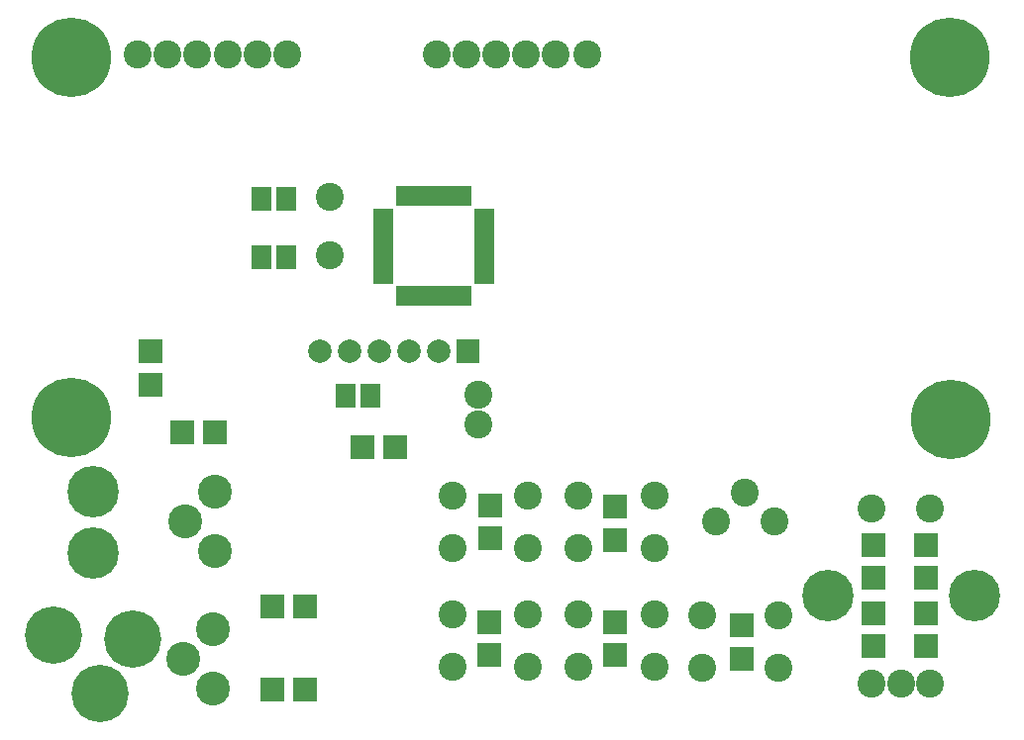
<source format=gbr>
%FSLAX34Y34*%
%MOMM*%
%LNSOLDERMASK_BOTTOM*%
G71*
G01*
%ADD10C, 4.90*%
%ADD11C, 4.40*%
%ADD12C, 2.40*%
%ADD13C, 2.90*%
%ADD14C, 6.80*%
%ADD15C, 1.00*%
%ADD16R, 2.00X2.00*%
%ADD17R, 1.67X0.96*%
%ADD18R, 0.96X1.67*%
%ADD19C, 2.00*%
%ADD20R, 1.70X2.00*%
%LPD*%
X145836Y437050D02*
G54D10*
D03*
X77574Y440225D02*
G54D10*
D03*
X111661Y510948D02*
G54D11*
D03*
X111661Y562948D02*
G54D11*
D03*
X591741Y559594D02*
G54D12*
D03*
X526740Y559594D02*
G54D12*
D03*
X526740Y514594D02*
G54D12*
D03*
X591741Y514594D02*
G54D12*
D03*
X483791Y559594D02*
G54D12*
D03*
X418790Y559594D02*
G54D12*
D03*
X418790Y514594D02*
G54D12*
D03*
X483791Y514594D02*
G54D12*
D03*
X117601Y390215D02*
G54D10*
D03*
X669131Y562622D02*
G54D12*
D03*
X644131Y537622D02*
G54D12*
D03*
X694131Y537622D02*
G54D12*
D03*
X215682Y563537D02*
G54D13*
D03*
X190282Y538137D02*
G54D13*
D03*
X215682Y512737D02*
G54D13*
D03*
X777478Y398937D02*
G54D12*
D03*
X827478Y398937D02*
G54D12*
D03*
X802478Y398937D02*
G54D12*
D03*
X777478Y548937D02*
G54D12*
D03*
X827478Y548937D02*
G54D12*
D03*
X739978Y473937D02*
G54D11*
D03*
X864978Y473937D02*
G54D11*
D03*
X483791Y412994D02*
G54D12*
D03*
X418790Y412994D02*
G54D12*
D03*
X418790Y457994D02*
G54D12*
D03*
X483791Y457994D02*
G54D12*
D03*
X214491Y445268D02*
G54D13*
D03*
X189090Y419869D02*
G54D13*
D03*
X214491Y394468D02*
G54D13*
D03*
X149864Y937623D02*
G54D12*
D03*
X175265Y937624D02*
G54D12*
D03*
X200665Y937624D02*
G54D12*
D03*
X227255Y937624D02*
G54D12*
D03*
X252655Y937623D02*
G54D12*
D03*
X278055Y937624D02*
G54D12*
D03*
X405849Y937624D02*
G54D12*
D03*
X431249Y937624D02*
G54D12*
D03*
X456649Y937624D02*
G54D12*
D03*
X482049Y937624D02*
G54D12*
D03*
X507449Y937623D02*
G54D12*
D03*
X534039Y937623D02*
G54D12*
D03*
X844947Y624954D02*
G54D14*
D03*
X868947Y624954D02*
G54D15*
D03*
X861917Y607983D02*
G54D15*
D03*
X844947Y600954D02*
G54D15*
D03*
X827976Y607983D02*
G54D15*
D03*
X820947Y624954D02*
G54D15*
D03*
X827976Y641924D02*
G54D15*
D03*
X844947Y648954D02*
G54D15*
D03*
X861917Y641924D02*
G54D15*
D03*
X844153Y934913D02*
G54D14*
D03*
X868153Y934913D02*
G54D15*
D03*
X861124Y917942D02*
G54D15*
D03*
X844153Y910913D02*
G54D15*
D03*
X827183Y917942D02*
G54D15*
D03*
X820153Y934913D02*
G54D15*
D03*
X827183Y951883D02*
G54D15*
D03*
X844153Y958913D02*
G54D15*
D03*
X861124Y951883D02*
G54D15*
D03*
X93266Y934913D02*
G54D14*
D03*
X117266Y934913D02*
G54D15*
D03*
X110236Y917942D02*
G54D15*
D03*
X93266Y910913D02*
G54D15*
D03*
X76295Y917942D02*
G54D15*
D03*
X69266Y934913D02*
G54D15*
D03*
X76295Y951883D02*
G54D15*
D03*
X93266Y958913D02*
G54D15*
D03*
X110236Y951883D02*
G54D15*
D03*
X92869Y626541D02*
G54D14*
D03*
X116869Y626541D02*
G54D15*
D03*
X109839Y609570D02*
G54D15*
D03*
X92869Y602541D02*
G54D15*
D03*
X75898Y609570D02*
G54D15*
D03*
X68869Y626541D02*
G54D15*
D03*
X75898Y643512D02*
G54D15*
D03*
X92869Y650541D02*
G54D15*
D03*
X109839Y643512D02*
G54D15*
D03*
X161233Y682991D02*
G54D16*
D03*
X161233Y654991D02*
G54D16*
D03*
X187681Y614337D02*
G54D16*
D03*
X215682Y614337D02*
G54D16*
D03*
X823498Y517695D02*
G54D16*
D03*
X823498Y489695D02*
G54D16*
D03*
X264716Y464741D02*
G54D16*
D03*
X292715Y464741D02*
G54D16*
D03*
X264716Y394097D02*
G54D16*
D03*
X292715Y394097D02*
G54D16*
D03*
X591741Y412994D02*
G54D12*
D03*
X526740Y412994D02*
G54D12*
D03*
X526740Y457994D02*
G54D12*
D03*
X591741Y457994D02*
G54D12*
D03*
X360138Y745355D02*
G54D17*
D03*
X360138Y753356D02*
G54D17*
D03*
X360138Y761357D02*
G54D17*
D03*
X360138Y769358D02*
G54D17*
D03*
X360138Y777359D02*
G54D17*
D03*
X360138Y785360D02*
G54D17*
D03*
X360138Y793361D02*
G54D17*
D03*
X360138Y801362D02*
G54D17*
D03*
X445990Y801362D02*
G54D17*
D03*
X445990Y793361D02*
G54D17*
D03*
X445990Y785360D02*
G54D17*
D03*
X445990Y777359D02*
G54D17*
D03*
X445990Y769358D02*
G54D17*
D03*
X445990Y761357D02*
G54D17*
D03*
X445990Y753356D02*
G54D17*
D03*
X445990Y745355D02*
G54D17*
D03*
X431055Y730420D02*
G54D18*
D03*
X423054Y730420D02*
G54D18*
D03*
X415053Y730420D02*
G54D18*
D03*
X407052Y730420D02*
G54D18*
D03*
X399051Y730420D02*
G54D18*
D03*
X391050Y730420D02*
G54D18*
D03*
X383049Y730420D02*
G54D18*
D03*
X375048Y730420D02*
G54D18*
D03*
X375049Y816271D02*
G54D18*
D03*
X383050Y816271D02*
G54D18*
D03*
X391051Y816271D02*
G54D18*
D03*
X399052Y816271D02*
G54D18*
D03*
X407053Y816271D02*
G54D18*
D03*
X415054Y816271D02*
G54D18*
D03*
X423055Y816271D02*
G54D18*
D03*
X431056Y816271D02*
G54D18*
D03*
G36*
X442401Y693360D02*
X442401Y673360D01*
X422401Y673360D01*
X422401Y693360D01*
X442401Y693360D01*
G37*
X407002Y683360D02*
G54D19*
D03*
X381602Y683360D02*
G54D19*
D03*
X356202Y683360D02*
G54D19*
D03*
X330802Y683360D02*
G54D19*
D03*
X305402Y683360D02*
G54D19*
D03*
X277265Y813992D02*
G54D20*
D03*
X255884Y813992D02*
G54D20*
D03*
X314568Y765132D02*
G54D12*
D03*
X314568Y815132D02*
G54D12*
D03*
X276868Y763589D02*
G54D20*
D03*
X255487Y763589D02*
G54D20*
D03*
X349100Y645320D02*
G54D20*
D03*
X327718Y645320D02*
G54D20*
D03*
X697706Y412200D02*
G54D12*
D03*
X632706Y412200D02*
G54D12*
D03*
X632706Y457200D02*
G54D12*
D03*
X697706Y457200D02*
G54D12*
D03*
X451247Y551259D02*
G54D16*
D03*
X451247Y523259D02*
G54D16*
D03*
X558403Y550068D02*
G54D16*
D03*
X558403Y522068D02*
G54D16*
D03*
X450453Y451643D02*
G54D16*
D03*
X450453Y423643D02*
G54D16*
D03*
X558403Y451643D02*
G54D16*
D03*
X558403Y423643D02*
G54D16*
D03*
X666353Y448468D02*
G54D16*
D03*
X666353Y420468D02*
G54D16*
D03*
X779048Y517695D02*
G54D16*
D03*
X779048Y489695D02*
G54D16*
D03*
X823516Y459006D02*
G54D16*
D03*
X823516Y431006D02*
G54D16*
D03*
X779066Y459006D02*
G54D16*
D03*
X779066Y431006D02*
G54D16*
D03*
X341691Y601090D02*
G54D16*
D03*
X369691Y601090D02*
G54D16*
D03*
X441325Y646112D02*
G54D12*
D03*
X441325Y621112D02*
G54D12*
D03*
M02*

</source>
